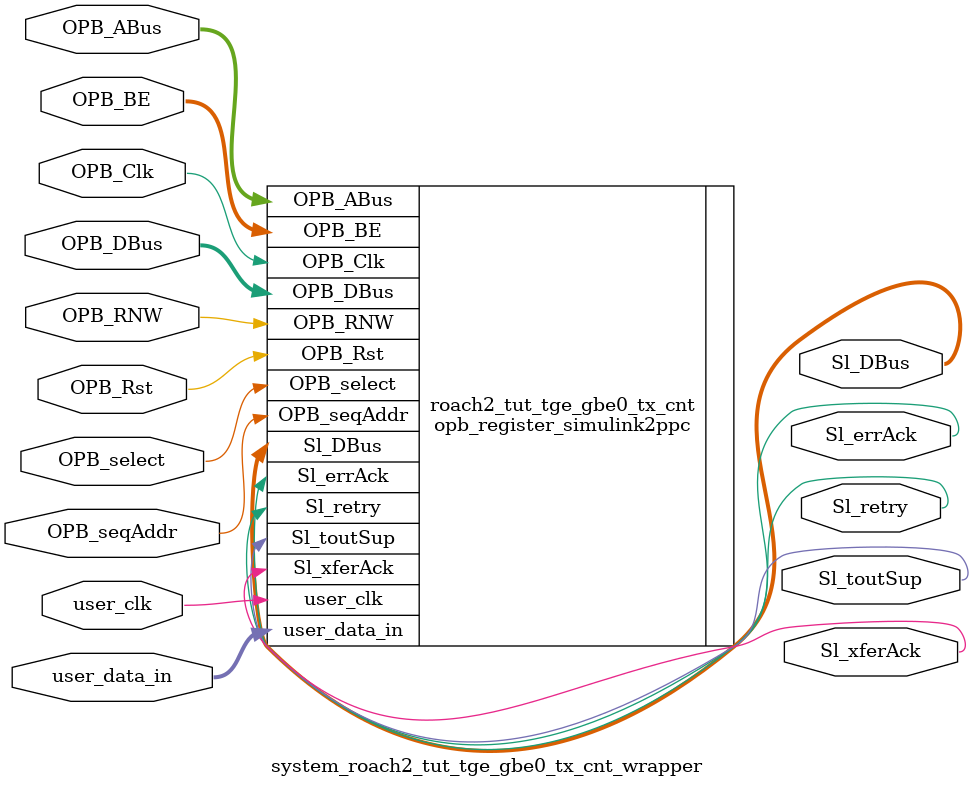
<source format=v>

module system_roach2_tut_tge_gbe0_tx_cnt_wrapper
  (
    OPB_Clk,
    OPB_Rst,
    Sl_DBus,
    Sl_errAck,
    Sl_retry,
    Sl_toutSup,
    Sl_xferAck,
    OPB_ABus,
    OPB_BE,
    OPB_DBus,
    OPB_RNW,
    OPB_select,
    OPB_seqAddr,
    user_data_in,
    user_clk
  );
  input OPB_Clk;
  input OPB_Rst;
  output [0:31] Sl_DBus;
  output Sl_errAck;
  output Sl_retry;
  output Sl_toutSup;
  output Sl_xferAck;
  input [0:31] OPB_ABus;
  input [0:3] OPB_BE;
  input [0:31] OPB_DBus;
  input OPB_RNW;
  input OPB_select;
  input OPB_seqAddr;
  input [31:0] user_data_in;
  input user_clk;

  opb_register_simulink2ppc
    #(
      .C_BASEADDR ( 32'h01080400 ),
      .C_HIGHADDR ( 32'h010804FF ),
      .C_OPB_AWIDTH ( 32 ),
      .C_OPB_DWIDTH ( 32 ),
      .C_FAMILY ( "virtex6" )
    )
    roach2_tut_tge_gbe0_tx_cnt (
      .OPB_Clk ( OPB_Clk ),
      .OPB_Rst ( OPB_Rst ),
      .Sl_DBus ( Sl_DBus ),
      .Sl_errAck ( Sl_errAck ),
      .Sl_retry ( Sl_retry ),
      .Sl_toutSup ( Sl_toutSup ),
      .Sl_xferAck ( Sl_xferAck ),
      .OPB_ABus ( OPB_ABus ),
      .OPB_BE ( OPB_BE ),
      .OPB_DBus ( OPB_DBus ),
      .OPB_RNW ( OPB_RNW ),
      .OPB_select ( OPB_select ),
      .OPB_seqAddr ( OPB_seqAddr ),
      .user_data_in ( user_data_in ),
      .user_clk ( user_clk )
    );

endmodule


</source>
